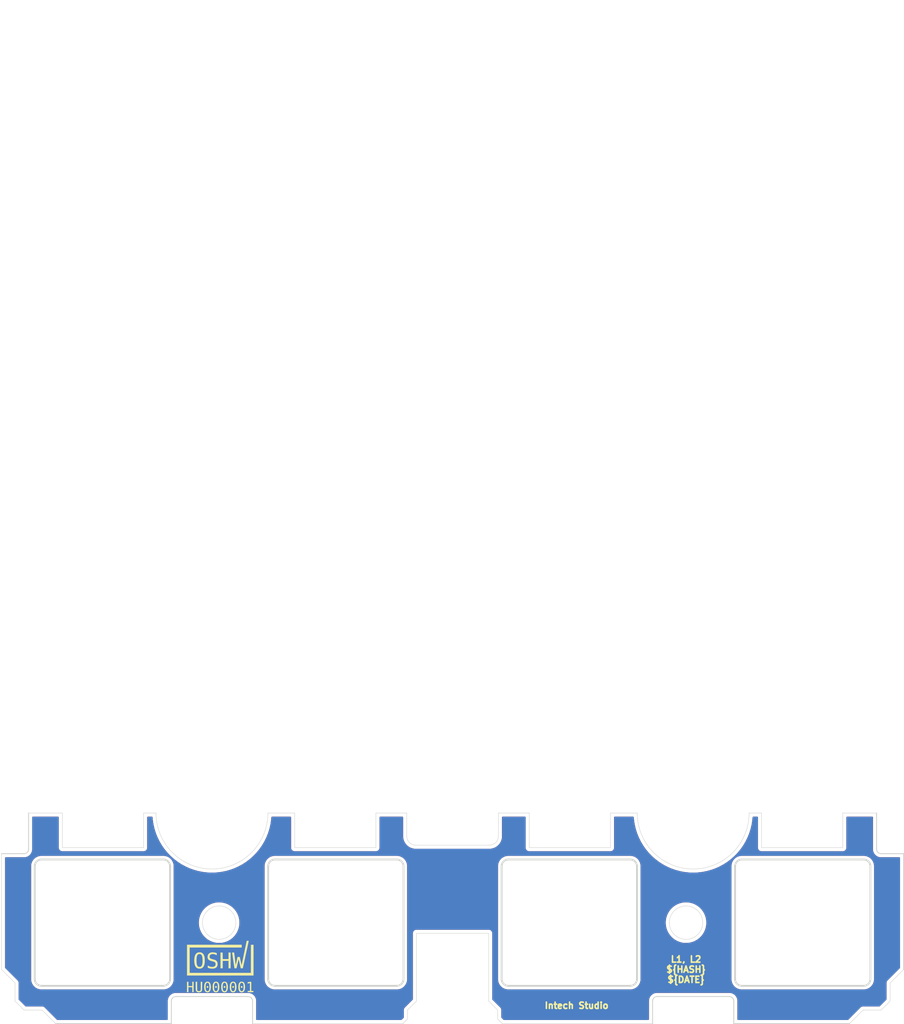
<source format=kicad_pcb>
(kicad_pcb (version 20241229) (generator "pcbnew") (generator_version "9.0")
  (layers (0 "F.Cu" signal) (2 "B.Cu" signal) (13 "F.Paste" user) (15 "B.Paste" user) (5 "F.SilkS" user "F.Silkscreen") (7 "B.SilkS" user "B.Silkscreen") (1 "F.Mask" user) (3 "B.Mask" user) (25 "Edge.Cuts" user))
  (net 0 "")
  (footprint "suku_basics:OSHWA" (layer "F.Cu") (at 74.25 143.75)
    (property "Reference" "LOGO701" (hide yes))
    (property "Value" "LOGO" (hide yes))
    (fp_poly (pts (xy 3.689316 0.925456) (xy -3.689315 0.925456) (xy -3.689315 -2.488724) (xy 2.37617 -2.488724) (xy 2.37617 -2.176071) (xy -3.389168 -2.176071) (xy -3.389168 0.625308) (xy 3.389071 0.625308) (xy 3.392246 -0.928582) (xy 3.395421 -2.482471) (xy 3.542369 -2.485995) (xy 3.689316 -2.489518)) (fill yes) (layer "F.SilkS"))
    (fp_poly (pts (xy -3.526735 2.088528) (xy -3.101526 2.088528) (xy -3.101526 1.613294) (xy -2.951452 1.613294) (xy -2.951452 2.763861) (xy -3.101038 2.763861) (xy -3.104409 2.491852) (xy -3.107779 2.219843) (xy -3.526735 2.212985) (xy -3.526735 2.763861) (xy -3.689315 2.763861) (xy -3.689315 1.613294) (xy -3.526735 1.613294)) (fill yes) (layer "F.SilkS"))
    (fp_poly (pts (xy 0.146948 -1.623126) (xy 0.268883 -1.619547) (xy 0.275519 -0.900443) (xy 0.91295 -0.900443) (xy 0.91295 -1.6258) (xy 1.150567 -1.6258) (xy 1.150567 0.125062) (xy 0.91295 0.125062) (xy 0.91295 -0.700344) (xy 0.275136 -0.700344) (xy 0.275136 0.125062) (xy 0.025013 0.125062) (xy 0.025013 -1.626706)) (fill yes) (layer "F.SilkS"))
    (fp_poly (pts (xy -1.366002 2.099022) (xy -1.333968 2.12638) (xy -1.31649 2.164417) (xy -1.31599 2.206947) (xy -1.334889 2.247785) (xy -1.343843 2.25793) (xy -1.384322 2.283341) (xy -1.429351 2.288196) (xy -1.47129 2.272398) (xy -1.486052 2.259682) (xy -1.510388 2.218539) (xy -1.513698 2.175058) (xy -1.498584 2.135108) (xy -1.467647 2.104558) (xy -1.42349 2.089276) (xy -1.41017 2.088528)) (fill yes) (layer "F.SilkS"))
    (fp_poly (pts (xy -0.428041 2.099022) (xy -0.396007 2.12638) (xy -0.378529 2.164417) (xy -0.378028 2.206947) (xy -0.396927 2.247785) (xy -0.405881 2.25793) (xy -0.446361 2.283341) (xy -0.491389 2.288196) (xy -0.533328 2.272398) (xy -0.54809 2.259682) (xy -0.572426 2.218539) (xy -0.575736 2.175058) (xy -0.560622 2.135108) (xy -0.529686 2.104558) (xy -0.485529 2.089276) (xy -0.472209 2.088528)) (fill yes) (layer "F.SilkS"))
    (fp_poly (pts (xy 0.522427 2.099022) (xy 0.554461 2.12638) (xy 0.571939 2.164417) (xy 0.57244 2.206947) (xy 0.55354 2.247785) (xy 0.544587 2.25793) (xy 0.504107 2.283341) (xy 0.459078 2.288196) (xy 0.417139 2.272398) (xy 0.402377 2.259682) (xy 0.378041 2.218539) (xy 0.374731 2.175058) (xy 0.389846 2.135108) (xy 0.420782 2.104558) (xy 0.464939 2.089276) (xy 0.478259 2.088528)) (fill yes) (layer "F.SilkS"))
    (fp_poly (pts (xy 1.472895 2.099022) (xy 1.504929 2.12638) (xy 1.522407 2.164417) (xy 1.522907 2.206947) (xy 1.504008 2.247785) (xy 1.495054 2.25793) (xy 1.454575 2.283341) (xy 1.409546 2.288196) (xy 1.367607 2.272398) (xy 1.352845 2.259682) (xy 1.328509 2.218539) (xy 1.325199 2.175058) (xy 1.340313 2.135108) (xy 1.37125 2.104558) (xy 1.415407 2.089276) (xy 1.428727 2.088528)) (fill yes) (layer "F.SilkS"))
    (fp_poly (pts (xy 2.423363 2.099022) (xy 2.455397 2.12638) (xy 2.472875 2.164417) (xy 2.473375 2.206947) (xy 2.454476 2.247785) (xy 2.445522 2.25793) (xy 2.405042 2.283341) (xy 2.360014 2.288196) (xy 2.318075 2.272398) (xy 2.303313 2.259682) (xy 2.278977 2.218539) (xy 2.275667 2.175058) (xy 2.290781 2.135108) (xy 2.321718 2.104558) (xy 2.365875 2.089276) (xy 2.379195 2.088528)) (fill yes) (layer "F.SilkS"))
    (fp_poly (pts (xy 3.439193 2.626293) (xy 3.67681 2.626293) (xy 3.67681 2.763861) (xy 3.037689 2.763861) (xy 3.041469 2.698203) (xy 3.045249 2.632546) (xy 3.167184 2.628966) (xy 3.289119 2.625387) (xy 3.289119 2.194378) (xy 3.288777 2.074495) (xy 3.287778 1.971946) (xy 3.286163 1.888188) (xy 3.283972 1.824679) (xy 3.281247 1.782877) (xy 3.278027 1.76424) (xy 3.277097 1.763368) (xy 3.260168 1.766055) (xy 3.225245 1.773232) (xy 3.178662 1.78357) (xy 3.157804 1.78838) (xy 3.108191 1.799632) (xy 3.067562 1.808258) (xy 3.042296 1.81293) (xy 3.037888 1.813393) (xy 3.031169 1.801857) (xy 3.028386 1.770697) (xy 3.028992 1.742407) (xy 3.032743 1.671421) (xy 3.157804 1.642959) (xy 3.221273 1.630301) (xy 3.285815 1.620393) (xy 3.341191 1.614699) (xy 3.361029 1.613896) (xy 3.439193 1.613294)) (fill yes) (layer "F.SilkS"))
    (fp_poly (pts (xy -2.561065 2.0883) (xy -2.557508 2.563306) (xy -2.519948 2.600854) (xy -2.471266 2.633373) (xy -2.409462 2.651483) (xy -2.342226 2.654652) (xy -2.277249 2.642346) (xy -2.231814 2.62084) (xy -2.214905 2.608756) (xy -2.201041 2.59515) (xy -2.189922 2.577563) (xy -2.181246 2.553532) (xy -2.17471 2.520598) (xy -2.170015 2.4763) (xy -2.166857 2.418177) (xy -2.164936 2.343768) (xy -2.16395 2.250614) (xy -2.163598 2.136253) (xy -2.163564 2.063918) (xy -2.163564 1.613294) (xy -1.998864 1.613294) (xy -2.004222 2.072895) (xy -2.006032 2.205355) (xy -2.008145 2.314667) (xy -2.01064 2.402695) (xy -2.0136 2.471303) (xy -2.017104 2.522353) (xy -2.021235 2.557709) (xy -2.026072 2.579236) (xy -2.026235 2.579707) (xy -2.061961 2.646483) (xy -2.11637 2.704712) (xy -2.18322 2.74789) (xy -2.191159 2.751482) (xy -2.248615 2.76959) (xy -2.317403 2.781305) (xy -2.387483 2.785695) (xy -2.448813 2.781827) (xy -2.469965 2.7774) (xy -2.559864 2.741802) (xy -2.631084 2.690092) (xy -2.68309 2.622692) (xy -2.694035 2.60128) (xy -2.700795 2.585557) (xy -2.706311 2.568715) (xy -2.710737 2.548089) (xy -2.714227 2.52101) (xy -2.716934 2.484812) (xy -2.719011 2.436829) (xy -2.720611 2.374392) (xy -2.721887 2.294836) (xy -2.722993 2.195492) (xy -2.724036 2.079149) (xy -2.727983 1.613294) (xy -2.564621 1.613294)) (fill yes) (layer "F.SilkS"))
    (fp_poly (pts (xy -1.310098 1.612912) (xy -1.245099 1.637705) (xy -1.190196 1.679949) (xy -1.156217 1.719274) (xy -1.115039 1.78977) (xy -1.082521 1.879346) (xy -1.059193 1.983428) (xy -1.045587 2.09744) (xy -1.042234 2.216809) (xy -1.049666 2.336958) (xy -1.068414 2.453315) (xy -1.070086 2.460853) (xy -1.103581 2.566283) (xy -1.151911 2.652461) (xy -1.214661 2.718771) (xy -1.269007 2.754112) (xy -1.327364 2.774198) (xy -1.397728 2.783817) (xy -1.469059 2.782224) (xy -1.522977 2.771248) (xy -1.599296 2.734152) (xy -1.662604 2.676662) (xy -1.713325 2.598241) (xy -1.751884 2.498348) (xy -1.759429 2.47091) (xy -1.771042 2.407332) (xy -1.778789 2.326836) (xy -1.78267 2.23636) (xy -1.782683 2.144806) (xy -1.622183 2.144806) (xy -1.621935 2.28475) (xy -1.611644 2.402029) (xy -1.591236 2.496918) (xy -1.560637 2.569692) (xy -1.519773 2.620626) (xy -1.488165 2.641906) (xy -1.435118 2.66084) (xy -1.385951 2.659264) (xy -1.342748 2.643425) (xy -1.305285 2.616016) (xy -1.272738 2.575561) (xy -1.270349 2.571514) (xy -1.247117 2.52449) (xy -1.22996 2.473242) (xy -1.218155 2.413306) (xy -1.210979 2.340213) (xy -1.207708 2.249498) (xy -1.207325 2.182324) (xy -1.209381 2.074424) (xy -1.215541 1.987609) (xy -1.226656 1.918165) (xy -1.243577 1.862378) (xy -1.267155 1.816533) (xy -1.298241 1.776917) (xy -1.300831 1.774164) (xy -1.33074 1.745356) (xy -1.356393 1.73103) (xy -1.389273 1.726228) (xy -1.41273 1.72585) (xy -1.454211 1.727808) (xy -1.482909 1.736951) (xy -1.510566 1.75818) (xy -1.525911 1.773092) (xy -1.556701 1.809168) (xy -1.580234 1.850513) (xy -1.597535 1.901075) (xy -1.609626 1.964803) (xy -1.617529 2.045647) (xy -1.622183 2.144806) (xy -1.782683 2.144806) (xy -1.782683 2.142843) (xy -1.778827 2.053224) (xy -1.771102 1.97444) (xy -1.75951 1.913442) (xy -1.729702 1.823267) (xy -1.693106 1.751266) (xy -1.646291 1.690827) (xy -1.641054 1.685308) (xy -1.589649 1.642072) (xy -1.532104 1.615278) (xy -1.46267 1.60302) (xy -1.391272 1.602551)) (fill yes) (layer "F.SilkS"))
    (fp_poly (pts (xy -0.372136 1.612912) (xy -0.307138 1.637705) (xy -0.252234 1.679949) (xy -0.218255 1.719274) (xy -0.177078 1.78977) (xy -0.144559 1.879346) (xy -0.121231 1.983428) (xy -0.107626 2.09744) (xy -0.104273 2.216809) (xy -0.111705 2.336958) (xy -0.130453 2.453315) (xy -0.132124 2.460853) (xy -0.165619 2.566283) (xy -0.21395 2.652461) (xy -0.276699 2.718771) (xy -0.331045 2.754112) (xy -0.389402 2.774198) (xy -0.459766 2.783817) (xy -0.531098 2.782224) (xy -0.585015 2.771248) (xy -0.661335 2.734152) (xy -0.724643 2.676662) (xy -0.775364 2.598241) (xy -0.813922 2.498348) (xy -0.821467 2.47091) (xy -0.83308 2.407332) (xy -0.840827 2.326836) (xy -0.844708 2.23636) (xy -0.844721 2.144806) (xy -0.684221 2.144806) (xy -0.683973 2.28475) (xy -0.673682 2.402029) (xy -0.653275 2.496918) (xy -0.622676 2.569692) (xy -0.581811 2.620626) (xy -0.550203 2.641906) (xy -0.497157 2.66084) (xy -0.44799 2.659264) (xy -0.404787 2.643425) (xy -0.367324 2.616016) (xy -0.334776 2.575561) (xy -0.332387 2.571514) (xy -0.309155 2.52449) (xy -0.291998 2.473242) (xy -0.280193 2.413306) (xy -0.273017 2.340213) (xy -0.269746 2.249498) (xy -0.269363 2.182324) (xy -0.271419 2.074424) (xy -0.27758 1.987609) (xy -0.288695 1.918165) (xy -0.305616 1.862378) (xy -0.329194 1.816533) (xy -0.36028 1.776917) (xy -0.36287 1.774164) (xy -0.392779 1.745356) (xy -0.418432 1.73103) (xy -0.451311 1.726228) (xy -0.474768 1.72585) (xy -0.51625 1.727808) (xy -0.544947 1.736951) (xy -0.572605 1.75818) (xy -0.58795 1.773092) (xy -0.618739 1.809168) (xy -0.642273 1.850513) (xy -0.659574 1.901075) (xy -0.671664 1.964803) (xy -0.679568 2.045647) (xy -0.684221 2.144806) (xy -0.844721 2.144806) (xy -0.844721 2.142843) (xy -0.840866 2.053224) (xy -0.833141 1.97444) (xy -0.821548 1.913442) (xy -0.79174 1.823267) (xy -0.755145 1.751266) (xy -0.708329 1.690827) (xy -0.703092 1.685308) (xy -0.651688 1.642072) (xy -0.594142 1.615278) (xy -0.524708 1.60302) (xy -0.453311 1.602551)) (fill yes) (layer "F.SilkS"))
    (fp_poly (pts (xy 0.578332 1.612912) (xy 0.64333 1.637705) (xy 0.698234 1.679949) (xy 0.732212 1.719274) (xy 0.77339 1.78977) (xy 0.805908 1.879346) (xy 0.829236 1.983428) (xy 0.842842 2.09744) (xy 0.846195 2.216809) (xy 0.838763 2.336958) (xy 0.820015 2.453315) (xy 0.818343 2.460853) (xy 0.784848 2.566283) (xy 0.736518 2.652461) (xy 0.673769 2.718771) (xy 0.619423 2.754112) (xy 0.561066 2.774198) (xy 0.490702 2.783817) (xy 0.41937 2.782224) (xy 0.365453 2.771248) (xy 0.289133 2.734152) (xy 0.225825 2.676662) (xy 0.175104 2.598241) (xy 0.136546 2.498348) (xy 0.129001 2.47091) (xy 0.117388 2.407332) (xy 0.10964 2.326836) (xy 0.10576 2.23636) (xy 0.105746 2.144806) (xy 0.266246 2.144806) (xy 0.266494 2.28475) (xy 0.276785 2.402029) (xy 0.297193 2.496918) (xy 0.327792 2.569692) (xy 0.368656 2.620626) (xy 0.400264 2.641906) (xy 0.453311 2.66084) (xy 0.502478 2.659264) (xy 0.545681 2.643425) (xy 0.583144 2.616016) (xy 0.615692 2.575561) (xy 0.61808 2.571514) (xy 0.641313 2.52449) (xy 0.65847 2.473242) (xy 0.670275 2.413306) (xy 0.677451 2.340213) (xy 0.680721 2.249498) (xy 0.681105 2.182324) (xy 0.679048 2.074424) (xy 0.672888 1.987609) (xy 0.661773 1.918165) (xy 0.644852 1.862378) (xy 0.621274 1.816533) (xy 0.590188 1.776917) (xy 0.587598 1.774164) (xy 0.557689 1.745356) (xy 0.532036 1.73103) (xy 0.499156 1.726228) (xy 0.475699 1.72585) (xy 0.434218 1.727808) (xy 0.40552 1.736951) (xy 0.377863 1.75818) (xy 0.362518 1.773092) (xy 0.331729 1.809168) (xy 0.308195 1.850513) (xy 0.290894 1.901075) (xy 0.278803 1.964803) (xy 0.2709 2.045647) (xy 0.266246 2.144806) (xy 0.105746 2.144806) (xy 0.105746 2.142843) (xy 0.109602 2.053224) (xy 0.117327 1.97444) (xy 0.12892 1.913442) (xy 0.158728 1.823267) (xy 0.195323 1.751266) (xy 0.242139 1.690827) (xy 0.247376 1.685308) (xy 0.29878 1.642072) (xy 0.356326 1.615278) (xy 0.42576 1.60302) (xy 0.497157 1.602551)) (fill yes) (layer "F.SilkS"))
    (fp_poly (pts (xy 1.528799 1.612912) (xy 1.593798 1.637705) (xy 1.648701 1.679949) (xy 1.68268 1.719274) (xy 1.723858 1.78977) (xy 1.756376 1.879346) (xy 1.779704 1.983428) (xy 1.79331 2.09744) (xy 1.796663 2.216809) (xy 1.789231 2.336958) (xy 1.770483 2.453315) (xy 1.768811 2.460853) (xy 1.735316 2.566283) (xy 1.686986 2.652461) (xy 1.624236 2.718771) (xy 1.569891 2.754112) (xy 1.511533 2.774198) (xy 1.44117 2.783817) (xy 1.369838 2.782224) (xy 1.31592 2.771248) (xy 1.239601 2.734152) (xy 1.176293 2.676662) (xy 1.125572 2.598241) (xy 1.087013 2.498348) (xy 1.079469 2.47091) (xy 1.067856 2.407332) (xy 1.060108 2.326836) (xy 1.056227 2.23636) (xy 1.056214 2.144806) (xy 1.216714 2.144806) (xy 1.216962 2.28475) (xy 1.227253 2.402029) (xy 1.247661 2.496918) (xy 1.27826 2.569692) (xy 1.319124 2.620626) (xy 1.350732 2.641906) (xy 1.403779 2.66084) (xy 1.452946 2.659264) (xy 1.496149 2.643425) (xy 1.533612 2.616016) (xy 1.566159 2.575561) (xy 1.568548 2.571514) (xy 1.59178 2.52449) (xy 1.608937 2.473242) (xy 1.620742 2.413306) (xy 1.627918 2.340213) (xy 1.631189 2.249498) (xy 1.631572 2.182324) (xy 1.629516 2.074424) (xy 1.623356 1.987609) (xy 1.612241 1.918165) (xy 1.59532 1.862378) (xy 1.571742 1.816533) (xy 1.540656 1.776917) (xy 1.538066 1.774164) (xy 1.508157 1.745356) (xy 1.482504 1.73103) (xy 1.449624 1.726228) (xy 1.426167 1.72585) (xy 1.384686 1.727808) (xy 1.355988 1.736951) (xy 1.328331 1.75818) (xy 1.312986 1.773092) (xy 1.282196 1.809168) (xy 1.258663 1.850513) (xy 1.241362 1.901075) (xy 1.229271 1.964803) (xy 1.221368 2.045647) (xy 1.216714 2.144806) (xy 1.056214 2.144806) (xy 1.056214 2.142843) (xy 1.06007 2.053224) (xy 1.067795 1.97444) (xy 1.079387 1.913442) (xy 1.109196 1.823267) (xy 1.145791 1.751266) (xy 1.192606 1.690827) (xy 1.197843 1.685308) (xy 1.249248 1.642072) (xy 1.306793 1.615278) (xy 1.376227 1.60302) (xy 1.447625 1.602551)) (fill yes) (layer "F.SilkS"))
    (fp_poly (pts (xy 2.479267 1.612912) (xy 2.544266 1.637705) (xy 2.599169 1.679949) (xy 2.633148 1.719274) (xy 2.674326 1.78977) (xy 2.706844 1.879346) (xy 2.730172 1.983428) (xy 2.743778 2.09744) (xy 2.74713 2.216809) (xy 2.739698 2.336958) (xy 2.720951 2.453315) (xy 2.719279 2.460853) (xy 2.685784 2.566283) (xy 2.637453 2.652461) (xy 2.574704 2.718771) (xy 2.520358 2.754112) (xy 2.462001 2.774198) (xy 2.391637 2.783817) (xy 2.320306 2.782224) (xy 2.266388 2.771248) (xy 2.190068 2.734152) (xy 2.12676 2.676662) (xy 2.07604 2.598241) (xy 2.037481 2.498348) (xy 2.029936 2.47091) (xy 2.018323 2.407332) (xy 2.010576 2.326836) (xy 2.006695 2.23636) (xy 2.006682 2.144806) (xy 2.167182 2.144806) (xy 2.16743 2.28475) (xy 2.177721 2.402029) (xy 2.198129 2.496918) (xy 2.228728 2.569692) (xy 2.269592 2.620626) (xy 2.3012 2.641906) (xy 2.354246 2.66084) (xy 2.403413 2.659264) (xy 2.446617 2.643425) (xy 2.48408 2.616016) (xy 2.516627 2.575561) (xy 2.519016 2.571514) (xy 2.542248 2.52449) (xy 2.559405 2.473242) (xy 2.57121 2.413306) (xy 2.578386 2.340213) (xy 2.581657 2.249498) (xy 2.58204 2.182324) (xy 2.579984 2.074424) (xy 2.573824 1.987609) (xy 2.562709 1.918165) (xy 2.545787 1.862378) (xy 2.522209 1.816533) (xy 2.491124 1.776917) (xy 2.488534 1.774164) (xy 2.458625 1.745356) (xy 2.432972 1.73103) (xy 2.400092 1.726228) (xy 2.376635 1.72585) (xy 2.335154 1.727808) (xy 2.306456 1.736951) (xy 2.278799 1.75818) (xy 2.263454 1.773092) (xy 2.232664 1.809168) (xy 2.20913 1.850513) (xy 2.19183 1.901075) (xy 2.179739 1.964803) (xy 2.171835 2.045647) (xy 2.167182 2.144806) (xy 2.006682 2.144806) (xy 2.006682 2.142843) (xy 2.010537 2.053224) (xy 2.018263 1.97444) (xy 2.029855 1.913442) (xy 2.059663 1.823267) (xy 2.096259 1.751266) (xy 2.143074 1.690827) (xy 2.148311 1.685308) (xy 2.199716 1.642072) (xy 2.257261 1.615278) (xy 2.326695 1.60302) (xy 2.398093 1.602551)) (fill yes) (layer "F.SilkS"))
    (fp_poly (pts (xy -2.213686 -1.648416) (xy -2.173361 -1.642883) (xy -2.133448 -1.632444) (xy -2.11365 -1.62599) (xy -2.017135 -1.582277) (xy -1.934897 -1.520831) (xy -1.866124 -1.440575) (xy -1.810003 -1.340433) (xy -1.765721 -1.219326) (xy -1.744681 -1.136985) (xy -1.734923 -1.07785) (xy -1.72692 -0.999811) (xy -1.720855 -0.908928) (xy -1.716911 -0.811259) (xy -1.71527 -0.712863) (xy -1.716115 -0.6198) (xy -1.719627 -0.538129) (xy -1.724944 -0.481445) (xy -1.751517 -0.331144) (xy -1.789241 -0.202461) (xy -1.838715 -0.094336) (xy -1.900537 -0.005708) (xy -1.975305 0.06448) (xy -2.062762 0.116889) (xy -2.103525 0.134659) (xy -2.139902 0.14622) (xy -2.179949 0.153159) (xy -2.231723 0.157061) (xy -2.275366 0.158715) (xy -2.345863 0.159585) (xy -2.399351 0.156676) (xy -2.443645 0.149242) (xy -2.478265 0.139354) (xy -2.571511 0.098856) (xy -2.651292 0.042823) (xy -2.718295 -0.029968) (xy -2.773207 -0.120739) (xy -2.816717 -0.230714) (xy -2.849512 -0.361114) (xy -2.872279 -0.513163) (xy -2.877989 -0.571523) (xy -2.884864 -0.674628) (xy -2.885786 -0.744116) (xy -2.629897 -0.744116) (xy -2.627195 -0.594409) (xy -2.618801 -0.467089) (xy -2.604279 -0.360089) (xy -2.583196 -0.27134) (xy -2.555116 -0.198778) (xy -2.519605 -0.140333) (xy -2.497463 -0.114208) (xy -2.463968 -0.08401) (xy -2.42916 -0.060012) (xy -2.419941 -0.055293) (xy -2.371974 -0.042609) (xy -2.310675 -0.038337) (xy -2.24617 -0.042214) (xy -2.188587 -0.053976) (xy -2.167463 -0.061848) (xy -2.110324 -0.10024) (xy -2.062818 -0.159403) (xy -2.024838 -0.239747) (xy -1.996276 -0.341685) (xy -1.977025 -0.465628) (xy -1.966978 -0.611987) (xy -1.96603 -0.781173) (xy -1.967346 -0.831659) (xy -1.974496 -0.971762) (xy -1.986642 -1.089396) (xy -2.00452 -1.186737) (xy -2.02887 -1.265962) (xy -2.06043 -1.329249) (xy -2.099936 -1.378775) (xy -2.148127 -1.416718) (xy -2.169817 -1.429044) (xy -2.234525 -1.450351) (xy -2.308708 -1.455453) (xy -2.382835 -1.444401) (xy -2.428511 -1.427606) (xy -2.481734 -1.392782) (xy -2.526042 -1.343307) (xy -2.561873 -1.277702) (xy -2.589663 -1.194486) (xy -2.609848 -1.092179) (xy -2.622863 -0.969303) (xy -2.629144 -0.824376) (xy -2.629897 -0.744116) (xy -2.885786 -0.744116) (xy -2.886107 -0.768282) (xy -2.881727 -0.866448) (xy -2.878187 -0.912678) (xy -2.859119 -1.072373) (xy -2.830164 -1.210136) (xy -2.790684 -1.327272) (xy -2.740046 -1.425088) (xy -2.677612 -1.504888) (xy -2.602749 -1.567978) (xy -2.542136 -1.603131) (xy -2.502095 -1.621588) (xy -2.466776 -1.633727) (xy -2.42829 -1.641206) (xy -2.378745 -1.645687) (xy -2.328219 -1.648133) (xy -2.262584 -1.649885)) (fill yes) (layer "F.SilkS"))
    (fp_poly (pts (xy -0.796763 -1.648341) (xy -0.685523 -1.638002) (xy -0.57458 -1.618762) (xy -0.47144 -1.591483) (xy -0.422082 -1.57389) (xy -0.406061 -1.566635) (xy -0.395996 -1.556809) (xy -0.390503 -1.53914) (xy -0.388198 -1.508358) (xy -0.387696 -1.45919) (xy -0.38769 -1.442943) (xy -0.388153 -1.392245) (xy -0.389395 -1.352573) (xy -0.391198 -1.329392) (xy -0.392368 -1.325652) (xy -0.404999 -1.331227) (xy -0.432223 -1.345495) (xy -0.453058 -1.356958) (xy -0.554732 -1.404587) (xy -0.659074 -1.436678) (xy -0.76262 -1.453345) (xy -0.86191 -1.4547) (xy -0.95348 -1.440857) (xy -1.033869 -1.41193) (xy -1.099615 -1.368032) (xy -1.130442 -1.334753) (xy -1.166972 -1.26703) (xy -1.183105 -1.189889) (xy -1.177427 -1.110201) (xy -1.177033 -1.108409) (xy -1.163988 -1.063883) (xy -1.144802 -1.026727) (xy -1.116635 -0.995185) (xy -1.076646 -0.9675) (xy -1.021997 -0.941913) (xy -0.949848 -0.916667) (xy -0.857358 -0.890006) (xy -0.799557 -0.874812) (xy -0.729069 -0.855592) (xy -0.661512 -0.835202) (xy -0.603334 -0.815723) (xy -0.560981 -0.799233) (xy -0.551784 -0.794908) (xy -0.457399 -0.735184) (xy -0.384118 -0.662245) (xy -0.331806 -0.575839) (xy -0.300327 -0.475715) (xy -0.289545 -0.361621) (xy -0.290958 -0.312654) (xy -0.307843 -0.196094) (xy -0.343494 -0.095994) (xy -0.397943 -0.01233) (xy -0.47122 0.054921) (xy -0.563355 0.105784) (xy -0.674379 0.140282) (xy -0.804323 0.158439) (xy -0.900443 0.161483) (xy -0.984703 0.158051) (xy -1.070024 0.149441) (xy -1.13806 0.138049) (xy -1.198338 0.123653) (xy -1.259779 0.106575) (xy -1.310396 0.090181) (xy -1.316272 0.088005) (xy -1.388183 0.060734) (xy -1.388183 -0.063429) (xy -1.387687 -0.115723) (xy -1.386352 -0.157145) (xy -1.384404 -0.182382) (xy -1.38289 -0.187592) (xy -1.370172 -0.182129) (xy -1.340939 -0.167587) (xy -1.300705 -0.146732) (xy -1.285967 -0.138943) (xy -1.192068 -0.093743) (xy -1.105928 -0.063324) (xy -1.017843 -0.044564) (xy -0.975878 -0.039189) (xy -0.86929 -0.035229) (xy -0.772107 -0.046254) (xy -0.687556 -0.071299) (xy -0.618865 -0.109397) (xy -0.56926 -0.159578) (xy -0.56797 -0.161452) (xy -0.533797 -0.231437) (xy -0.51833 -0.308864) (xy -0.521301 -0.387506) (xy -0.542443 -0.461135) (xy -0.581487 -0.523521) (xy -0.583649 -0.525951) (xy -0.609695 -0.551075) (xy -0.640923 -0.57281) (xy -0.681021 -0.592658) (xy -0.733674 -0.612124) (xy -0.80257 -0.632713) (xy -0.891395 -0.655929) (xy -0.918913 -0.662755) (xy -1.050387 -0.699971) (xy -1.158673 -0.741914) (xy -1.245375 -0.790011) (xy -1.312098 -0.845683) (xy -1.360446 -0.910356) (xy -1.392023 -0.985455) (xy -1.408435 -1.072402) (xy -1.410535 -1.09912) (xy -1.4061 -1.216759) (xy -1.379547 -1.324024) (xy -1.332234 -1.419171) (xy -1.265518 -1.500457) (xy -1.180757 -1.566139) (xy -1.079309 -1.614474) (xy -0.990106 -1.638887) (xy -0.900793 -1.648923)) (fill yes) (layer "F.SilkS"))
    (fp_poly (pts (xy 3.102426 -2.926025) (xy 3.136692 -2.92422) (xy 3.154538 -2.920182) (xy 3.160258 -2.913068) (xy 3.158976 -2.904554) (xy 3.15551 -2.889751) (xy 3.147085 -2.85202) (xy 3.134032 -2.79288) (xy 3.116683 -2.713851) (xy 3.095368 -2.616451) (xy 3.070419 -2.5022) (xy 3.042167 -2.372615) (xy 3.010944 -2.229217) (xy 2.97708 -2.073524) (xy 2.940907 -1.907054) (xy 2.902756 -1.731327) (xy 2.862958 -1.547863) (xy 2.83241 -1.406942) (xy 2.791579 -1.218561) (xy 2.752145 -1.036694) (xy 2.71444 -0.86287) (xy 2.678796 -0.698615) (xy 2.645545 -0.545457) (xy 2.615018 -0.404923) (xy 2.587548 -0.27854) (xy 2.563467 -0.167837) (xy 2.543106 -0.07434) (xy 2.526798 0.000424) (xy 2.514875 0.054927) (xy 2.507668 0.087641) (xy 2.505566 0.096923) (xy 2.500685 0.110204) (xy 2.490761 0.118479) (xy 2.470723 0.122922) (xy 2.435501 0.124706) (xy 2.384194 0.125006) (xy 2.269867 0.124951) (xy 2.158632 -0.36586) (xy 2.134167 -0.473343) (xy 2.111178 -0.573444) (xy 2.090296 -0.66348) (xy 2.072154 -0.740768) (xy 2.057382 -0.802623) (xy 2.046613 -0.846363) (xy 2.040477 -0.869304) (xy 2.039552 -0.871902) (xy 2.0352 -0.863504) (xy 2.026061 -0.83316) (xy 2.012753 -0.783341) (xy 1.995895 -0.716523) (xy 1.976107 -0.635178) (xy 1.954007 -0.54178) (xy 1.930215 -0.438803) (xy 1.920631 -0.396668) (xy 1.896245 -0.289214) (xy 1.87343 -0.189124) (xy 1.852808 -0.099085) (xy 1.834997 -0.021783) (xy 1.820618 0.040094) (xy 1.81029 0.083861) (xy 1.804634 0.106831) (xy 1.803883 0.109429) (xy 1.790649 0.117883) (xy 1.757015 0.122985) (xy 1.700958 0.125004) (xy 1.686601 0.125062) (xy 1.626286 0.123691) (xy 1.58866 0.119383) (xy 1.571536 0.111845) (xy 1.570206 0.109429) (xy 1.567599 0.09467) (xy 1.561661 0.057254) (xy 1.552709 -0.000731) (xy 1.541057 -0.077199) (xy 1.52702 -0.170059) (xy 1.510913 -0.277226) (xy 1.493053 -0.396611) (xy 1.473753 -0.526125) (xy 1.453329 -0.663682) (xy 1.444195 -0.725357) (xy 1.423286 -0.86659) (xy 1.403322 -1.001332) (xy 1.384628 -1.127412) (xy 1.367524 -1.242655) (xy 1.352335 -1.344891) (xy 1.339382 -1.431947) (xy 1.32899 -1.50165) (xy 1.32148 -1.551828) (xy 1.317176 -1.580309) (xy 1.316421 -1.585155) (xy 1.309874 -1.6258) (xy 1.423328 -1.6258) (xy 1.473932 -1.624832) (xy 1.514231 -1.622242) (xy 1.538299 -1.618495) (xy 1.542347 -1.61642) (xy 1.544815 -1.602564) (xy 1.54987 -1.566169) (xy 1.557226 -1.509546) (xy 1.566598 -1.435003) (xy 1.577701 -1.34485) (xy 1.590248 -1.241394) (xy 1.603954 -1.126945) (xy 1.618534 -1.003812) (xy 1.626268 -0.937961) (xy 1.641232 -0.81126) (xy 1.655556 -0.692058) (xy 1.668946 -0.582664) (xy 1.681106 -0.485387) (xy 1.691743 -0.402537) (xy 1.700562 -0.336424) (xy 1.707269 -0.289356) (xy 1.71157 -0.263643) (xy 1.712746 -0.25949) (xy 1.717087 -0.269078) (xy 1.725857 -0.300507) (xy 1.738432 -0.351119) (xy 1.754188 -0.41826) (xy 1.772503 -0.499273) (xy 1.792752 -0.591502) (xy 1.81403 -0.690953) (xy 1.907189 -1.131807) (xy 2.033915 -1.135355) (xy 2.091233 -1.1367) (xy 2.12833 -1.136273) (xy 2.149983 -1.133179) (xy 2.160967 -1.126523) (xy 2.16606 -1.115408) (xy 2.167325 -1.110342) (xy 2.171428 -1.091715) (xy 2.18008 -1.051635) (xy 2.192635 -0.993117) (xy 2.208451 -0.919176) (xy 2.22688 -0.832826) (xy 2.247278 -0.737081) (xy 2.265319 -0.652281) (xy 2.291375 -0.531527) (xy 2.31393 -0.430753) (xy 2.33277 -0.350828) (xy 2.347679 -0.292619) (xy 2.358443 -0.256997) (xy 2.364847 -0.244831) (xy 2.365865 -0.245831) (xy 2.369616 -0.260989) (xy 2.378089 -0.299012) (xy 2.390942 -0.358272) (xy 2.407829 -0.437138) (xy 2.428409 -0.533984) (xy 2.452336 -0.647178) (xy 2.479268 -0.775094) (xy 2.50886 -0.916101) (xy 2.54077 -1.068572) (xy 2.574654 -1.230876) (xy 2.610167 -1.401386) (xy 2.645109 -1.569522) (xy 2.681846 -1.746433) (xy 2.717239 -1.91677) (xy 2.750948 -2.078897) (xy 2.782629 -2.231177) (xy 2.811944 -2.371973) (xy 2.838549 -2.499647) (xy 2.862104 -2.612563) (xy 2.882267 -2.709084) (xy 2.898698 -2.787573) (xy 2.911055 -2.846392) (xy 2.918996 -2.883906) (xy 2.922135 -2.898301) (xy 2.926897 -2.911399) (xy 2.936571 -2.919644) (xy 2.956132 -2.924155) (xy 2.990556 -2.926047) (xy 3.044818 -2.92644) (xy 3.047448 -2.92644)) (fill yes) (layer "F.SilkS"))
  )
  (gr_line (start 122.17 150) (end 105.5 150) (stroke (width 0.05)) (layer "Edge.Cuts"))
  (gr_arc (start 145.564375 131.814375) (mid 146.094695 132.034041) (end 146.314375 132.564375) (stroke (width 0.2)) (layer "Edge.Cuts"))
  (gr_line (start 143.25 126.67) (end 147 126.67) (stroke (width 0.05)) (layer "Edge.Cuts"))
  (gr_circle (center 74.12375 138.814375) (end 75.97375 138.814375) (stroke (width 0.05)) (fill no) (layer "Edge.Cuts"))
  (gr_line (start 104 140) (end 104 147.5) (stroke (width 0.05)) (layer "Edge.Cuts"))
  (gr_line (start 131.314375 145.064375) (end 131.314375 132.564375) (stroke (width 0.2)) (layer "Edge.Cuts"))
  (gr_line (start 65.75 126.67) (end 67.13 126.67) (stroke (width 0.05)) (layer "Edge.Cuts"))
  (gr_arc (start 147.5 131.17) (mid 147.146447 131.023553) (end 147 130.67) (stroke (width 0.1)) (layer "Edge.Cuts"))
  (gr_line (start 147 130.67) (end 147 126.67) (stroke (width 0.1)) (layer "Edge.Cuts"))
  (gr_arc (start 105.08 129.226) (mid 104.787107 129.933107) (end 104.08 130.226) (stroke (width 0.05)) (layer "Edge.Cuts"))
  (gr_line (start 96 140) (end 104 140) (stroke (width 0.05)) (layer "Edge.Cuts"))
  (gr_line (start 122.17 147.5) (end 122.17 150) (stroke (width 0.1)) (layer "Edge.Cuts"))
  (gr_arc (start 80.311875 145.814375) (mid 79.781535 145.594701) (end 79.561875 145.064375) (stroke (width 0.2)) (layer "Edge.Cuts"))
  (gr_line (start 56 150) (end 54.5 148.5) (stroke (width 0.05)) (layer "Edge.Cuts"))
  (gr_line (start 143.25 126.67) (end 143.25 130.5) (stroke (width 0.05)) (layer "Edge.Cuts"))
  (gr_line (start 150 144) (end 148.5 145.5) (stroke (width 0.05)) (layer "Edge.Cuts"))
  (gr_arc (start 54.435625 145.814375) (mid 53.905288 145.594712) (end 53.685625 145.064375) (stroke (width 0.2)) (layer "Edge.Cuts"))
  (gr_line (start 146.314375 132.564375) (end 146.314375 145.064375) (stroke (width 0.2)) (layer "Edge.Cuts"))
  (gr_arc (start 132.064375 145.814375) (mid 131.534035 145.594701) (end 131.314375 145.064375) (stroke (width 0.2)) (layer "Edge.Cuts"))
  (gr_arc (start 105.438125 132.564375) (mid 105.657805 132.03407) (end 106.188125 131.814375) (stroke (width 0.2)) (layer "Edge.Cuts"))
  (gr_line (start 82.5 126.67) (end 79.53 126.67) (stroke (width 0.05)) (layer "Edge.Cuts"))
  (gr_arc (start 53 130.67) (mid 52.853553 131.023553) (end 52.5 131.17) (stroke (width 0.1)) (layer "Edge.Cuts"))
  (gr_arc (start 77.33 147) (mid 77.683553 147.146447) (end 77.83 147.5) (stroke (width 0.1)) (layer "Edge.Cuts"))
  (gr_line (start 91.5 126.67) (end 91.5 130.5) (stroke (width 0.05)) (layer "Edge.Cuts"))
  (gr_arc (start 122.17 147.5) (mid 122.316447 147.146447) (end 122.67 147) (stroke (width 0.1)) (layer "Edge.Cuts"))
  (gr_line (start 51.5 145.5) (end 50 144) (stroke (width 0.05)) (layer "Edge.Cuts"))
  (gr_line (start 145.564375 145.814375) (end 132.064375 145.814375) (stroke (width 0.2)) (layer "Edge.Cuts"))
  (gr_line (start 119.688125 145.814375) (end 106.188125 145.814375) (stroke (width 0.2)) (layer "Edge.Cuts"))
  (gr_line (start 104 147.5) (end 105 148.5) (stroke (width 0.05)) (layer "Edge.Cuts"))
  (gr_line (start 56.75 126.67) (end 56.75 130.5) (stroke (width 0.05)) (layer "Edge.Cuts"))
  (gr_line (start 94.561875 132.564375) (end 94.561875 145.064375) (stroke (width 0.2)) (layer "Edge.Cuts"))
  (gr_line (start 94.92 126.67) (end 94.92 129.226) (stroke (width 0.05)) (layer "Edge.Cuts"))
  (gr_arc (start 95.92 130.226) (mid 95.212893 129.933107) (end 94.92 129.226) (stroke (width 0.05)) (layer "Edge.Cuts"))
  (gr_arc (start 68.83 147.5) (mid 68.976447 147.146447) (end 69.33 147) (stroke (width 0.1)) (layer "Edge.Cuts"))
  (gr_line (start 95.92 130.226) (end 104.08 130.226) (stroke (width 0.05)) (layer "Edge.Cuts"))
  (gr_line (start 52.5 148.5) (end 51.5 147.5) (stroke (width 0.05)) (layer "Edge.Cuts"))
  (gr_line (start 50 131.17) (end 52.5 131.17) (stroke (width 0.1)) (layer "Edge.Cuts"))
  (gr_line (start 120.47 126.67) (end 117.5 126.67) (stroke (width 0.05)) (layer "Edge.Cuts"))
  (gr_line (start 148.5 145.5) (end 148.5 147.5) (stroke (width 0.05)) (layer "Edge.Cuts"))
  (gr_arc (start 131.314375 132.564375) (mid 131.534052 132.034052) (end 132.064375 131.814375) (stroke (width 0.2)) (layer "Edge.Cuts"))
  (gr_line (start 53 130.67) (end 53 126.67) (stroke (width 0.1)) (layer "Edge.Cuts"))
  (gr_line (start 134.25 126.67) (end 134.25 130.5) (stroke (width 0.05)) (layer "Edge.Cuts"))
  (gr_line (start 95 148.5) (end 96 147.5) (stroke (width 0.05)) (layer "Edge.Cuts"))
  (gr_arc (start 67.935625 131.814375) (mid 68.465948 132.034052) (end 68.685625 132.564375) (stroke (width 0.2)) (layer "Edge.Cuts"))
  (gr_arc (start 68.685625 145.064375) (mid 68.465971 145.594721) (end 67.935625 145.814375) (stroke (width 0.2)) (layer "Edge.Cuts"))
  (gr_arc (start 94.561875 145.064375) (mid 94.342212 145.594712) (end 93.811875 145.814375) (stroke (width 0.2)) (layer "Edge.Cuts"))
  (gr_line (start 147.5 148.5) (end 145.5 148.5) (stroke (width 0.05)) (layer "Edge.Cuts"))
  (gr_line (start 131.17 150) (end 131.17 147.5) (stroke (width 0.1)) (layer "Edge.Cuts"))
  (gr_line (start 82.5 126.67) (end 82.5 130.5) (stroke (width 0.05)) (layer "Edge.Cuts"))
  (gr_line (start 77.83 150) (end 77.83 147.5) (stroke (width 0.1)) (layer "Edge.Cuts"))
  (gr_line (start 77.33 147) (end 69.33 147) (stroke (width 0.1)) (layer "Edge.Cuts"))
  (gr_arc (start 53.685625 132.564375) (mid 53.905312 132.034062) (end 54.435625 131.814375) (stroke (width 0.2)) (layer "Edge.Cuts"))
  (gr_line (start 68.83 147.5) (end 68.83 150) (stroke (width 0.1)) (layer "Edge.Cuts"))
  (gr_circle (center 125.87625 138.814375) (end 127.72625 138.814375) (stroke (width 0.05)) (fill no) (layer "Edge.Cuts"))
  (gr_line (start 117.5 130.5) (end 108.5 130.5) (stroke (width 0.05)) (layer "Edge.Cuts"))
  (gr_line (start 132.87 126.67) (end 134.25 126.67) (stroke (width 0.05)) (layer "Edge.Cuts"))
  (gr_line (start 77.83 150) (end 94.5 150) (stroke (width 0.05)) (layer "Edge.Cuts"))
  (gr_line (start 105.08 129.226) (end 105.08 126.67) (stroke (width 0.05)) (layer "Edge.Cuts"))
  (gr_arc (start 79.53 126.67) (mid 73.33 132.87) (end 67.13 126.67) (stroke (width 0.05)) (layer "Edge.Cuts"))
  (gr_line (start 132.064375 131.814375) (end 145.564375 131.814375) (stroke (width 0.2)) (layer "Edge.Cuts"))
  (gr_line (start 147.5 131.17) (end 150 131.17) (stroke (width 0.1)) (layer "Edge.Cuts"))
  (gr_line (start 91.5 126.67) (end 94.92 126.67) (stroke (width 0.05)) (layer "Edge.Cuts"))
  (gr_line (start 144 150) (end 131.17 150) (stroke (width 0.1)) (layer "Edge.Cuts"))
  (gr_line (start 96 147.5) (end 96 140) (stroke (width 0.05)) (layer "Edge.Cuts"))
  (gr_line (start 54.435625 131.814375) (end 67.935625 131.814375) (stroke (width 0.2)) (layer "Edge.Cuts"))
  (gr_line (start 145.5 148.5) (end 144 150) (stroke (width 0.05)) (layer "Edge.Cuts"))
  (gr_line (start 95 149.5) (end 94.5 150) (stroke (width 0.05)) (layer "Edge.Cuts"))
  (gr_line (start 130.67 147) (end 122.67 147) (stroke (width 0.1)) (layer "Edge.Cuts"))
  (gr_line (start 108.5 126.67) (end 108.5 130.5) (stroke (width 0.05)) (layer "Edge.Cuts"))
  (gr_line (start 54.5 148.5) (end 52.5 148.5) (stroke (width 0.05)) (layer "Edge.Cuts"))
  (gr_line (start 50 144) (end 50 131.17) (stroke (width 0.05)) (layer "Edge.Cuts"))
  (gr_arc (start 120.438125 145.064375) (mid 120.218465 145.59473) (end 119.688125 145.814375) (stroke (width 0.2)) (layer "Edge.Cuts"))
  (gr_line (start 143.25 130.5) (end 134.25 130.5) (stroke (width 0.05)) (layer "Edge.Cuts"))
  (gr_line (start 105 149.5) (end 105.5 150) (stroke (width 0.05)) (layer "Edge.Cuts"))
  (gr_line (start 120.438125 132.564375) (end 120.438125 145.064375) (stroke (width 0.2)) (layer "Edge.Cuts"))
  (gr_line (start 105 149.5) (end 105 148.5) (stroke (width 0.05)) (layer "Edge.Cuts"))
  (gr_arc (start 130.67 147) (mid 131.023553 147.146447) (end 131.17 147.5) (stroke (width 0.1)) (layer "Edge.Cuts"))
  (gr_line (start 93.811875 145.814375) (end 80.311875 145.814375) (stroke (width 0.2)) (layer "Edge.Cuts"))
  (gr_arc (start 132.87 126.67) (mid 126.67 132.87) (end 120.47 126.67) (stroke (width 0.05)) (layer "Edge.Cuts"))
  (gr_line (start 105.08 126.67) (end 108.5 126.67) (stroke (width 0.05)) (layer "Edge.Cuts"))
  (gr_line (start 95 148.5) (end 95 149.5) (stroke (width 0.05)) (layer "Edge.Cuts"))
  (gr_line (start 67.935625 145.814375) (end 54.435625 145.814375) (stroke (width 0.2)) (layer "Edge.Cuts"))
  (gr_line (start 91.5 130.5) (end 82.5 130.5) (stroke (width 0.05)) (layer "Edge.Cuts"))
  (gr_arc (start 106.188125 145.814375) (mid 105.657788 145.594712) (end 105.438125 145.064375) (stroke (width 0.2)) (layer "Edge.Cuts"))
  (gr_arc (start 79.561875 132.564375) (mid 79.781552 132.034052) (end 80.311875 131.814375) (stroke (width 0.2)) (layer "Edge.Cuts"))
  (gr_line (start 105.438125 145.064375) (end 105.438125 132.564375) (stroke (width 0.2)) (layer "Edge.Cuts"))
  (gr_line (start 65.75 126.67) (end 65.75 130.5) (stroke (width 0.05)) (layer "Edge.Cuts"))
  (gr_line (start 53.685625 145.064375) (end 53.685625 132.564375) (stroke (width 0.2)) (layer "Edge.Cuts"))
  (gr_line (start 80.311875 131.814375) (end 93.811875 131.814375) (stroke (width 0.2)) (layer "Edge.Cuts"))
  (gr_arc (start 119.688125 131.814375) (mid 120.218448 132.034052) (end 120.438125 132.564375) (stroke (width 0.2)) (layer "Edge.Cuts"))
  (gr_line (start 79.561875 145.064375) (end 79.561875 132.564375) (stroke (width 0.2)) (layer "Edge.Cuts"))
  (gr_line (start 117.5 126.67) (end 117.5 130.5) (stroke (width 0.05)) (layer "Edge.Cuts"))
  (gr_line (start 51.5 147.5) (end 51.5 145.5) (stroke (width 0.05)) (layer "Edge.Cuts"))
  (gr_arc (start 93.811875 131.814375) (mid 94.342195 132.034041) (end 94.561875 132.564375) (stroke (width 0.2)) (layer "Edge.Cuts"))
  (gr_line (start 150 131.17) (end 150 144) (stroke (width 0.1)) (layer "Edge.Cuts"))
  (gr_line (start 68.685625 132.564375) (end 68.685625 145.064375) (stroke (width 0.2)) (layer "Edge.Cuts"))
  (gr_line (start 53 126.67) (end 56.75 126.67) (stroke (width 0.05)) (layer "Edge.Cuts"))
  (gr_line (start 106.188125 131.814375) (end 119.688125 131.814375) (stroke (width 0.2)) (layer "Edge.Cuts"))
  (gr_arc (start 146.314375 145.064375) (mid 146.094712 145.594712) (end 145.564375 145.814375) (stroke (width 0.2)) (layer "Edge.Cuts"))
  (gr_line (start 65.75 130.5) (end 56.75 130.5) (stroke (width 0.05)) (layer "Edge.Cuts"))
  (gr_line (start 148.5 147.5) (end 147.5 148.5) (stroke (width 0.05)) (layer "Edge.Cuts"))
  (gr_line (start 68.83 150) (end 56 150) (stroke (width 0.1)) (layer "Edge.Cuts"))
  (gr_text "L1, L2\n${HASH}\n${DATE}" (at 125.87625 144 0) (layer "F.SilkS") (effects (font (size 0.7 0.7) (thickness 0.175))))
  (gr_text "Intech Studio\n${PROJECTNAME}" (at 113.75 148 0) (layer "F.SilkS") (effects (font (size 0.7 0.7) (thickness 0.175))))
  (zone (net 0) (net_name "") (layer "F.Cu") (connect_pads (clearance 0.254)) (min_thickness 0.1524) (fill yes (thermal_gap 0.508) (thermal_bridge_width 0.254) (island_removal_mode 2) (island_area_min 10))
    (polygon (pts (xy 50 50) (xy 51 46) (xy 53 46) (xy 54 50) (xy 150 50) (xy 150 150) (xy 50 150)))
  )
  (zone (net 0) (net_name "") (layer "B.Cu") (connect_pads (clearance 0.254)) (min_thickness 0.1524) (fill yes (thermal_gap 0.508) (thermal_bridge_width 0.254) (island_removal_mode 2) (island_area_min 10))
    (polygon (pts (xy 50 50) (xy 59 50) (xy 60 46) (xy 62 46) (xy 63 50) (xy 150 50) (xy 150 150) (xy 50 150)))
  )
)
</source>
